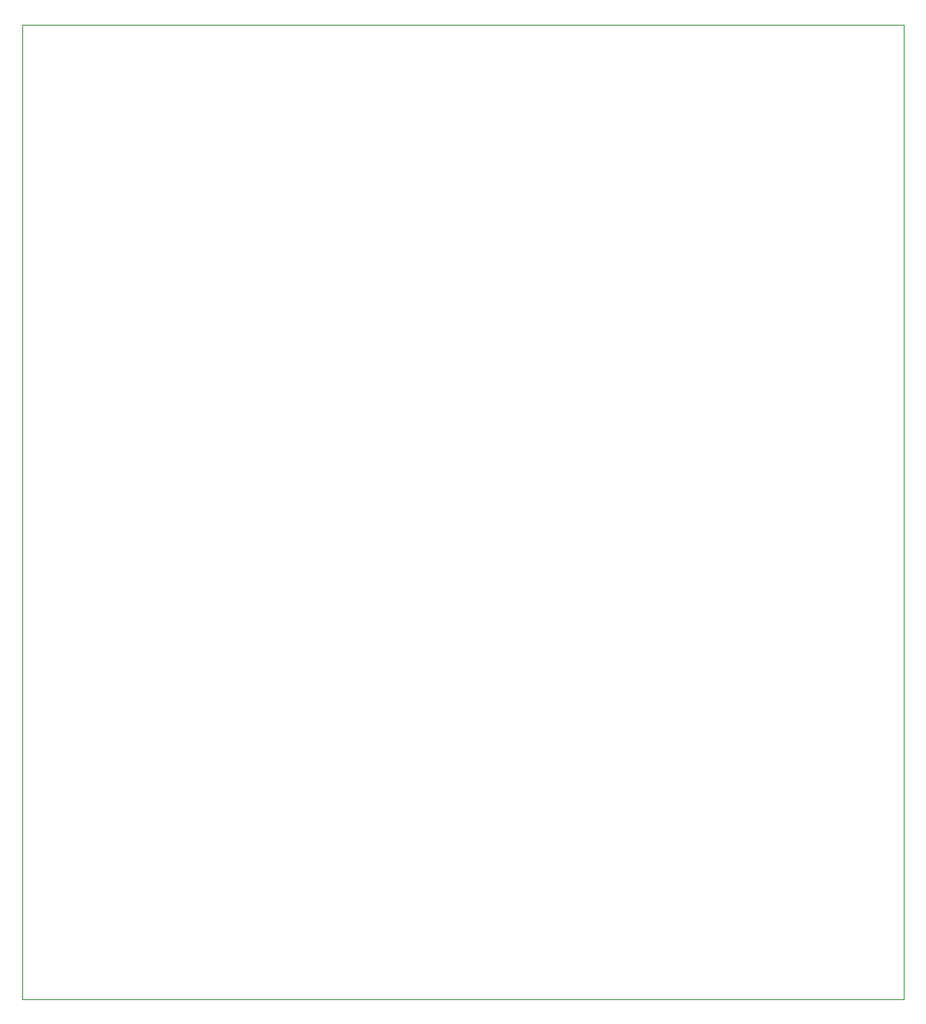
<source format=gbr>
%TF.GenerationSoftware,KiCad,Pcbnew,8.0.5*%
%TF.CreationDate,2024-11-06T13:26:22-05:00*%
%TF.ProjectId,MacroPad,4d616372-6f50-4616-942e-6b696361645f,rev?*%
%TF.SameCoordinates,Original*%
%TF.FileFunction,Profile,NP*%
%FSLAX46Y46*%
G04 Gerber Fmt 4.6, Leading zero omitted, Abs format (unit mm)*
G04 Created by KiCad (PCBNEW 8.0.5) date 2024-11-06 13:26:22*
%MOMM*%
%LPD*%
G01*
G04 APERTURE LIST*
%TA.AperFunction,Profile*%
%ADD10C,0.050000*%
%TD*%
G04 APERTURE END LIST*
D10*
X89382500Y-26800000D02*
X179870000Y-26800000D01*
X179870000Y-126812500D01*
X89382500Y-126812500D01*
X89382500Y-26800000D01*
M02*

</source>
